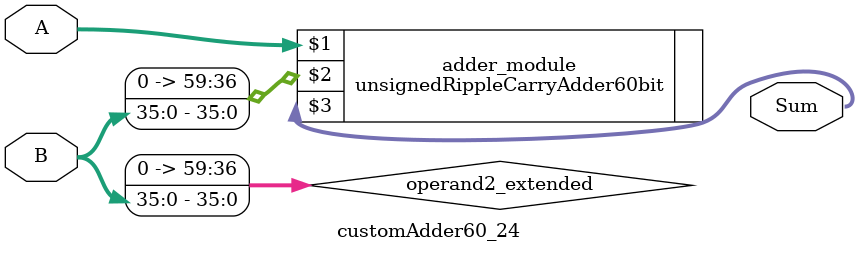
<source format=v>
module customAdder60_24(
                        input [59 : 0] A,
                        input [35 : 0] B,
                        
                        output [60 : 0] Sum
                );

        wire [59 : 0] operand2_extended;
        
        assign operand2_extended =  {24'b0, B};
        
        unsignedRippleCarryAdder60bit adder_module(
            A,
            operand2_extended,
            Sum
        );
        
        endmodule
        
</source>
